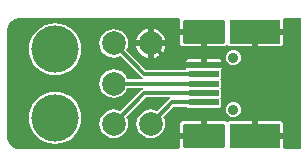
<source format=gtl>
G04*
G04 #@! TF.GenerationSoftware,Altium Limited,Altium Designer,18.1.2 (67)*
G04*
G04 Layer_Physical_Order=1*
G04 Layer_Color=255*
%FSLAX25Y25*%
%MOIN*%
G70*
G01*
G75*
G04:AMPARAMS|DCode=11|XSize=19.68mil|YSize=98.43mil|CornerRadius=0.49mil|HoleSize=0mil|Usage=FLASHONLY|Rotation=90.000|XOffset=0mil|YOffset=0mil|HoleType=Round|Shape=RoundedRectangle|*
%AMROUNDEDRECTD11*
21,1,0.01968,0.09744,0,0,90.0*
21,1,0.01870,0.09843,0,0,90.0*
1,1,0.00098,0.04872,0.00935*
1,1,0.00098,0.04872,-0.00935*
1,1,0.00098,-0.04872,-0.00935*
1,1,0.00098,-0.04872,0.00935*
%
%ADD11ROUNDEDRECTD11*%
G04:AMPARAMS|DCode=12|XSize=78.74mil|YSize=167.32mil|CornerRadius=1.97mil|HoleSize=0mil|Usage=FLASHONLY|Rotation=90.000|XOffset=0mil|YOffset=0mil|HoleType=Round|Shape=RoundedRectangle|*
%AMROUNDEDRECTD12*
21,1,0.07874,0.16339,0,0,90.0*
21,1,0.07480,0.16732,0,0,90.0*
1,1,0.00394,0.08169,0.03740*
1,1,0.00394,0.08169,-0.03740*
1,1,0.00394,-0.08169,-0.03740*
1,1,0.00394,-0.08169,0.03740*
%
%ADD12ROUNDEDRECTD12*%
G04:AMPARAMS|DCode=13|XSize=78.74mil|YSize=137.8mil|CornerRadius=1.97mil|HoleSize=0mil|Usage=FLASHONLY|Rotation=90.000|XOffset=0mil|YOffset=0mil|HoleType=Round|Shape=RoundedRectangle|*
%AMROUNDEDRECTD13*
21,1,0.07874,0.13386,0,0,90.0*
21,1,0.07480,0.13780,0,0,90.0*
1,1,0.00394,0.06693,0.03740*
1,1,0.00394,0.06693,-0.03740*
1,1,0.00394,-0.06693,-0.03740*
1,1,0.00394,-0.06693,0.03740*
%
%ADD13ROUNDEDRECTD13*%
%ADD20C,0.01181*%
%ADD21C,0.03543*%
%ADD22C,0.15748*%
%ADD23C,0.07874*%
G36*
X-34252Y39130D02*
X-34231D01*
X-34226Y39129D01*
X-34213Y39130D01*
X18974Y39130D01*
X19301Y38630D01*
X19252Y38386D01*
Y35646D01*
X27165D01*
Y34646D01*
X28165D01*
Y29685D01*
X33858D01*
X34325Y29778D01*
X34721Y30043D01*
X35259Y30043D01*
X35655Y29778D01*
X36122Y29685D01*
X43291D01*
Y34646D01*
X44291D01*
Y35646D01*
X53681D01*
Y38386D01*
X53632Y38630D01*
X53959Y39130D01*
X59602D01*
Y-4484D01*
X53959D01*
X53632Y-3984D01*
X53681Y-3740D01*
Y-1000D01*
X44291D01*
Y-0D01*
X43291D01*
Y4960D01*
X36122D01*
X35655Y4868D01*
X35259Y4603D01*
X34721D01*
X34325Y4868D01*
X33858Y4960D01*
X28165D01*
Y-0D01*
X27165D01*
Y-1000D01*
X19252D01*
Y-3740D01*
X19301Y-3984D01*
X18974Y-4484D01*
X-34225Y-4484D01*
X-34251Y-4483D01*
X-34258Y-4484D01*
X-34259D01*
X-34264Y-4485D01*
X-34321Y-4494D01*
X-34370Y-4484D01*
X-34391D01*
X-34396Y-4483D01*
X-34409Y-4484D01*
X-34753D01*
X-35506Y-4337D01*
X-36217Y-4049D01*
X-36859Y-3631D01*
X-37410Y-3097D01*
X-37848Y-2468D01*
X-38158Y-1767D01*
X-38328Y-1019D01*
X-38340Y-636D01*
X-38342Y-626D01*
Y-606D01*
X-38342Y-602D01*
X-38342Y-589D01*
Y35012D01*
X-38341Y35037D01*
X-38342Y35044D01*
Y35047D01*
X-38344Y35056D01*
X-38352Y35108D01*
X-38342Y35157D01*
Y35178D01*
X-38341Y35183D01*
X-38342Y35196D01*
Y35549D01*
X-38189Y36316D01*
X-37890Y37039D01*
X-37455Y37690D01*
X-36902Y38243D01*
X-36252Y38677D01*
X-35528Y38977D01*
X-34761Y39130D01*
X-34396D01*
X-34372Y39129D01*
X-34364Y39130D01*
X-34363D01*
X-34357Y39131D01*
X-34301Y39139D01*
X-34252Y39130D01*
D02*
G37*
%LPC*%
G36*
X10449Y35557D02*
Y31709D01*
X14297D01*
X14259Y31997D01*
X13761Y33198D01*
X12970Y34230D01*
X11939Y35021D01*
X10738Y35519D01*
X10449Y35557D01*
D02*
G37*
G36*
X8449D02*
X8160Y35519D01*
X6959Y35021D01*
X5928Y34230D01*
X5136Y33198D01*
X4639Y31997D01*
X4601Y31709D01*
X8449D01*
Y35557D01*
D02*
G37*
G36*
X53681Y33646D02*
X45291D01*
Y29685D01*
X52461D01*
X52928Y29778D01*
X53324Y30043D01*
X53588Y30439D01*
X53681Y30906D01*
Y33646D01*
D02*
G37*
G36*
X26165Y33646D02*
X19252D01*
Y30906D01*
X19345Y30439D01*
X19610Y30043D01*
X20005Y29778D01*
X20472Y29685D01*
X26165D01*
Y33646D01*
D02*
G37*
G36*
X14297Y29709D02*
X10449D01*
Y25861D01*
X10738Y25899D01*
X11939Y26396D01*
X12970Y27187D01*
X13761Y28219D01*
X14259Y29420D01*
X14297Y29709D01*
D02*
G37*
G36*
X8449D02*
X4601D01*
X4639Y29420D01*
X5136Y28219D01*
X5928Y27187D01*
X6959Y26396D01*
X8160Y25899D01*
X8449Y25861D01*
Y29709D01*
D02*
G37*
G36*
X32037Y25627D02*
X28165D01*
Y24622D01*
X33094D01*
X33026Y24967D01*
X32794Y25313D01*
X32447Y25545D01*
X32037Y25627D01*
D02*
G37*
G36*
X26165D02*
X22293D01*
X21884Y25545D01*
X21537Y25313D01*
X21305Y24967D01*
X21237Y24622D01*
X26165D01*
Y25627D01*
D02*
G37*
G36*
X37008Y28565D02*
X36340Y28477D01*
X35717Y28220D01*
X35183Y27809D01*
X34773Y27275D01*
X34515Y26652D01*
X34427Y25984D01*
X34515Y25316D01*
X34773Y24694D01*
X35183Y24159D01*
X35717Y23749D01*
X36340Y23491D01*
X37008Y23403D01*
X37676Y23491D01*
X38298Y23749D01*
X38833Y24159D01*
X39243Y24694D01*
X39501Y25316D01*
X39589Y25984D01*
X39501Y26652D01*
X39243Y27275D01*
X38833Y27809D01*
X38298Y28220D01*
X37676Y28477D01*
X37008Y28565D01*
D02*
G37*
G36*
X-22441Y37444D02*
X-24139Y37276D01*
X-25772Y36781D01*
X-27276Y35977D01*
X-28595Y34894D01*
X-29678Y33575D01*
X-30482Y32071D01*
X-30977Y30438D01*
X-31144Y28740D01*
X-30977Y27042D01*
X-30482Y25409D01*
X-29678Y23905D01*
X-28595Y22586D01*
X-27276Y21504D01*
X-25772Y20699D01*
X-24139Y20204D01*
X-22441Y20037D01*
X-20743Y20204D01*
X-19110Y20699D01*
X-17606Y21504D01*
X-16287Y22586D01*
X-15204Y23905D01*
X-14400Y25409D01*
X-13905Y27042D01*
X-13738Y28740D01*
X-13905Y30438D01*
X-14400Y32071D01*
X-15204Y33575D01*
X-16287Y34894D01*
X-17606Y35977D01*
X-19110Y36781D01*
X-20743Y37276D01*
X-22441Y37444D01*
D02*
G37*
G36*
X-2874Y35474D02*
X-4107Y35311D01*
X-5257Y34835D01*
X-6244Y34078D01*
X-7001Y33091D01*
X-7477Y31942D01*
X-7639Y30709D01*
X-7477Y29475D01*
X-7001Y28326D01*
X-6244Y27339D01*
X-5257Y26582D01*
X-4107Y26106D01*
X-2874Y25943D01*
X-1641Y26106D01*
X-663Y26511D01*
X6369Y19479D01*
X6745Y19228D01*
X6714Y18873D01*
X6662Y18728D01*
X1658D01*
X1253Y19705D01*
X495Y20692D01*
X-491Y21450D01*
X-1641Y21926D01*
X-2874Y22088D01*
X-4107Y21926D01*
X-5257Y21450D01*
X-6244Y20692D01*
X-7001Y19705D01*
X-7477Y18556D01*
X-7639Y17323D01*
X-7477Y16090D01*
X-7001Y14940D01*
X-6244Y13953D01*
X-5257Y13196D01*
X-4107Y12720D01*
X-2874Y12558D01*
X-1641Y12720D01*
X-491Y13196D01*
X495Y13953D01*
X1253Y14940D01*
X1658Y15918D01*
X6662D01*
X6715Y15773D01*
X6745Y15418D01*
X6369Y15167D01*
X-663Y8135D01*
X-1641Y8540D01*
X-2874Y8702D01*
X-4107Y8540D01*
X-5257Y8064D01*
X-6244Y7306D01*
X-7001Y6320D01*
X-7477Y5170D01*
X-7639Y3937D01*
X-7477Y2704D01*
X-7001Y1554D01*
X-6244Y568D01*
X-5257Y-190D01*
X-4107Y-666D01*
X-2874Y-828D01*
X-1641Y-666D01*
X-491Y-190D01*
X495Y568D01*
X1253Y1554D01*
X1729Y2704D01*
X1891Y3937D01*
X1729Y5170D01*
X1324Y6148D01*
X7944Y12768D01*
X15835D01*
X15888Y12623D01*
X15918Y12268D01*
X15542Y12017D01*
X11660Y8135D01*
X10682Y8540D01*
X9449Y8702D01*
X8215Y8540D01*
X7066Y8064D01*
X6079Y7306D01*
X5322Y6320D01*
X4846Y5170D01*
X4684Y3937D01*
X4846Y2704D01*
X5322Y1554D01*
X6079Y568D01*
X7066Y-190D01*
X8215Y-666D01*
X9449Y-828D01*
X10682Y-666D01*
X11831Y-190D01*
X12818Y568D01*
X13576Y1554D01*
X14052Y2704D01*
X14214Y3937D01*
X14052Y5170D01*
X13647Y6148D01*
X17117Y9619D01*
X21601D01*
X21690Y9485D01*
X21967Y9301D01*
X22293Y9236D01*
X32037D01*
X32364Y9301D01*
X32641Y9485D01*
X32825Y9762D01*
X32890Y10089D01*
Y11959D01*
X32825Y12285D01*
X32641Y12562D01*
Y12635D01*
X32825Y12912D01*
X32890Y13238D01*
Y15108D01*
X32825Y15435D01*
X32641Y15711D01*
Y15785D01*
X32825Y16061D01*
X32890Y16388D01*
Y18258D01*
X32825Y18584D01*
X32660Y18898D01*
X32825Y19211D01*
X32890Y19537D01*
Y21407D01*
X32825Y21734D01*
X32771Y21815D01*
X32794Y21931D01*
X33026Y22278D01*
X33094Y22622D01*
X27165D01*
X21237D01*
X21285Y22377D01*
X21099Y22031D01*
X20971Y21877D01*
X7944D01*
X1324Y28498D01*
X1729Y29475D01*
X1891Y30709D01*
X1729Y31942D01*
X1253Y33091D01*
X495Y34078D01*
X-491Y34835D01*
X-1641Y35311D01*
X-2874Y35474D01*
D02*
G37*
G36*
X37008Y11242D02*
X36340Y11155D01*
X35717Y10897D01*
X35183Y10486D01*
X34773Y9952D01*
X34515Y9330D01*
X34427Y8661D01*
X34515Y7993D01*
X34773Y7371D01*
X35183Y6836D01*
X35717Y6426D01*
X36340Y6168D01*
X37008Y6080D01*
X37676Y6168D01*
X38298Y6426D01*
X38833Y6836D01*
X39243Y7371D01*
X39501Y7993D01*
X39589Y8661D01*
X39501Y9330D01*
X39243Y9952D01*
X38833Y10486D01*
X38298Y10897D01*
X37676Y11155D01*
X37008Y11242D01*
D02*
G37*
G36*
X26165Y4960D02*
X20472D01*
X20005Y4868D01*
X19610Y4603D01*
X19345Y4207D01*
X19252Y3740D01*
Y1000D01*
X26165D01*
Y4960D01*
D02*
G37*
G36*
X52461D02*
X45291D01*
Y1000D01*
X53681D01*
Y3740D01*
X53588Y4207D01*
X53324Y4603D01*
X52928Y4868D01*
X52461Y4960D01*
D02*
G37*
G36*
X-22441Y14609D02*
X-24139Y14442D01*
X-25772Y13946D01*
X-27276Y13142D01*
X-28595Y12060D01*
X-29678Y10741D01*
X-30482Y9236D01*
X-30977Y7603D01*
X-31144Y5906D01*
X-30977Y4208D01*
X-30482Y2575D01*
X-29678Y1070D01*
X-28595Y-249D01*
X-27276Y-1331D01*
X-25772Y-2135D01*
X-24139Y-2631D01*
X-22441Y-2798D01*
X-20743Y-2631D01*
X-19110Y-2135D01*
X-17606Y-1331D01*
X-16287Y-249D01*
X-15204Y1070D01*
X-14400Y2575D01*
X-13905Y4208D01*
X-13738Y5906D01*
X-13905Y7603D01*
X-14400Y9236D01*
X-15204Y10741D01*
X-16287Y12060D01*
X-17606Y13142D01*
X-19110Y13946D01*
X-20743Y14442D01*
X-22441Y14609D01*
D02*
G37*
%LPD*%
D11*
X27165Y11024D02*
D03*
Y14173D02*
D03*
Y17323D02*
D03*
X27165Y20472D02*
D03*
Y23622D02*
D03*
D12*
X44291Y-0D02*
D03*
X44291Y34646D02*
D03*
D13*
X27165Y-0D02*
D03*
Y34646D02*
D03*
D20*
X7480Y32714D02*
X9467Y30727D01*
X16535Y23622D02*
X27165D01*
X9449Y30709D02*
X16535Y23622D01*
X7480Y2124D02*
X9371Y4015D01*
X16535Y11024D02*
X27165D01*
X9449Y3937D02*
X16535Y11024D01*
X7362Y14173D02*
X27165D01*
X-2874Y3937D02*
X7362Y14173D01*
X7362Y20472D02*
X27165D01*
X-2874Y30709D02*
X7362Y20472D01*
X-2874Y17323D02*
X27165D01*
D21*
X37008Y8661D02*
D03*
Y25984D02*
D03*
D22*
X-22441Y28740D02*
D03*
Y5906D02*
D03*
D23*
X9449Y3937D02*
D03*
X-2874D02*
D03*
Y17323D02*
D03*
X9449Y30709D02*
D03*
X-2874D02*
D03*
M02*

</source>
